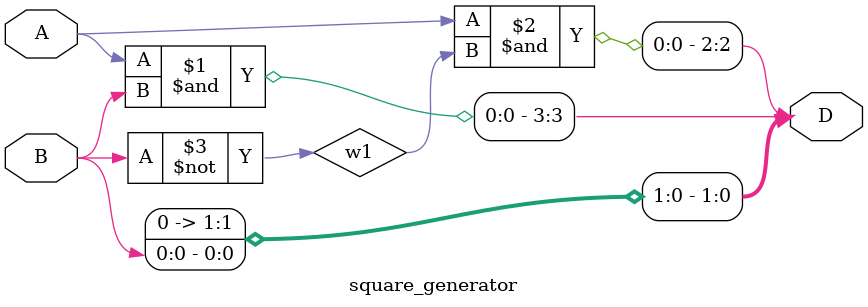
<source format=v>
module square_generator(A,B,D);
 input A,B;
 output [3:0]D;
 wire w1;
 
 not n1(w1,B);
 buf b1(D[0],B);
 buf b2(D[1],0);
 and a1(D[3],A,B);
 and a2(D[2],A,w1);
endmodule


</source>
